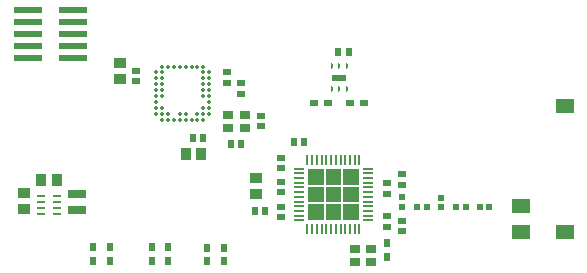
<source format=gtp>
G04*
G04 #@! TF.GenerationSoftware,Altium Limited,Altium Designer,22.8.2 (66)*
G04*
G04 Layer_Color=8421504*
%FSLAX44Y44*%
%MOMM*%
G71*
G04*
G04 #@! TF.SameCoordinates,468F8AB8-D0D1-42F9-A28A-8A06B6F8ABAF*
G04*
G04*
G04 #@! TF.FilePolarity,Positive*
G04*
G01*
G75*
%ADD16R,1.2500X0.6200*%
%ADD17R,0.9000X1.0000*%
%ADD18R,0.6000X0.6400*%
%ADD19C,0.3500*%
%ADD20R,1.0000X0.9000*%
%ADD21R,0.9000X0.8000*%
%ADD22R,0.6400X0.6000*%
%ADD23R,0.5500X0.5400*%
%ADD24R,0.5400X0.5500*%
%ADD25R,0.4800X0.5400*%
%ADD26R,0.6000X0.7500*%
%ADD27R,0.7500X0.6000*%
G04:AMPARAMS|DCode=28|XSize=0.5mm|YSize=0.25mm|CornerRadius=0.125mm|HoleSize=0mm|Usage=FLASHONLY|Rotation=270.000|XOffset=0mm|YOffset=0mm|HoleType=Round|Shape=RoundedRectangle|*
%AMROUNDEDRECTD28*
21,1,0.5000,0.0000,0,0,270.0*
21,1,0.2500,0.2500,0,0,270.0*
1,1,0.2500,0.0000,-0.1250*
1,1,0.2500,0.0000,0.1250*
1,1,0.2500,0.0000,0.1250*
1,1,0.2500,0.0000,-0.1250*
%
%ADD28ROUNDEDRECTD28*%
%ADD29R,1.5000X1.2000*%
%ADD30R,0.0254X0.0254*%
%ADD31R,0.8600X0.2200*%
%ADD32R,0.2200X0.8600*%
G04:AMPARAMS|DCode=33|XSize=0.6mm|YSize=0.25mm|CornerRadius=0.05mm|HoleSize=0mm|Usage=FLASHONLY|Rotation=0.000|XOffset=0mm|YOffset=0mm|HoleType=Round|Shape=RoundedRectangle|*
%AMROUNDEDRECTD33*
21,1,0.6000,0.1500,0,0,0.0*
21,1,0.5000,0.2500,0,0,0.0*
1,1,0.1000,0.2500,-0.0750*
1,1,0.1000,-0.2500,-0.0750*
1,1,0.1000,-0.2500,0.0750*
1,1,0.1000,0.2500,0.0750*
%
%ADD33ROUNDEDRECTD33*%
%ADD34R,1.6000X0.6500*%
%ADD35R,2.4000X0.5600*%
G36*
X594180Y327327D02*
X581347D01*
Y340160D01*
X594180D01*
Y327327D01*
D02*
G37*
G36*
X579347D02*
X566513D01*
Y340160D01*
X579347D01*
Y327327D01*
D02*
G37*
G36*
X564513D02*
X551680D01*
Y340160D01*
X564513D01*
Y327327D01*
D02*
G37*
G36*
X594180Y312493D02*
X581347D01*
Y325327D01*
X594180D01*
Y312493D01*
D02*
G37*
G36*
X579347D02*
X566513D01*
Y325327D01*
X579347D01*
Y312493D01*
D02*
G37*
G36*
X564513D02*
X551680D01*
Y325327D01*
X564513D01*
Y312493D01*
D02*
G37*
G36*
X594180Y297660D02*
X581347D01*
Y310493D01*
X594180D01*
Y297660D01*
D02*
G37*
G36*
X579347D02*
X566513D01*
Y310493D01*
X579347D01*
Y297660D01*
D02*
G37*
G36*
X564513D02*
X551680D01*
Y310493D01*
X564513D01*
Y297660D01*
D02*
G37*
D16*
X577850Y417830D02*
D03*
D17*
X461156Y353060D02*
D03*
X447656D02*
D03*
X325228Y331216D02*
D03*
X338728D02*
D03*
D18*
X585832Y439364D02*
D03*
X577032D02*
D03*
X485820Y361442D02*
D03*
X494620D02*
D03*
X462870Y367030D02*
D03*
X454070D02*
D03*
X547960Y363220D02*
D03*
X539160D02*
D03*
X514940Y304800D02*
D03*
X506140D02*
D03*
D19*
X467772Y387266D02*
D03*
Y392266D02*
D03*
Y397266D02*
D03*
Y402266D02*
D03*
Y407266D02*
D03*
Y412266D02*
D03*
Y417266D02*
D03*
Y422266D02*
D03*
X462772Y382266D02*
D03*
Y387266D02*
D03*
Y392266D02*
D03*
Y402266D02*
D03*
Y407266D02*
D03*
Y412266D02*
D03*
Y417266D02*
D03*
Y422266D02*
D03*
Y427266D02*
D03*
X457772Y382266D02*
D03*
Y387266D02*
D03*
Y427266D02*
D03*
X452772Y382266D02*
D03*
Y427266D02*
D03*
X447772Y382266D02*
D03*
Y387266D02*
D03*
Y427266D02*
D03*
X442772Y382266D02*
D03*
Y387266D02*
D03*
Y427266D02*
D03*
X437772Y382266D02*
D03*
Y427266D02*
D03*
X432772Y382266D02*
D03*
Y387266D02*
D03*
Y427266D02*
D03*
X427772Y382266D02*
D03*
Y387266D02*
D03*
Y392266D02*
D03*
Y402266D02*
D03*
Y407266D02*
D03*
Y412266D02*
D03*
Y417266D02*
D03*
Y422266D02*
D03*
Y427266D02*
D03*
X422772Y387266D02*
D03*
Y392266D02*
D03*
Y397266D02*
D03*
Y402266D02*
D03*
Y407266D02*
D03*
Y412266D02*
D03*
Y417266D02*
D03*
Y422266D02*
D03*
D20*
X392176Y416414D02*
D03*
Y429914D02*
D03*
X310642Y320440D02*
D03*
Y306940D02*
D03*
X507238Y332778D02*
D03*
Y319278D02*
D03*
D21*
X483870Y386080D02*
D03*
X497870D02*
D03*
Y375080D02*
D03*
X483870D02*
D03*
X590916Y272962D02*
D03*
X604916D02*
D03*
Y261962D02*
D03*
X590916D02*
D03*
D22*
X511302Y385400D02*
D03*
Y376600D02*
D03*
X631190Y335870D02*
D03*
Y327070D02*
D03*
X618490Y328250D02*
D03*
Y319450D02*
D03*
X528320Y299810D02*
D03*
Y308610D02*
D03*
X494792Y413086D02*
D03*
Y404286D02*
D03*
X482600Y413430D02*
D03*
Y422230D02*
D03*
X406146Y414700D02*
D03*
Y423500D02*
D03*
X631190Y287700D02*
D03*
Y296500D02*
D03*
X618490Y291510D02*
D03*
Y300310D02*
D03*
X528320Y341040D02*
D03*
Y349840D02*
D03*
Y320720D02*
D03*
Y329520D02*
D03*
D23*
X697050Y308610D02*
D03*
X704850D02*
D03*
D24*
X664210Y316320D02*
D03*
Y308520D02*
D03*
X631190Y316410D02*
D03*
Y308610D02*
D03*
D25*
X685120D02*
D03*
X676320D02*
D03*
X652100D02*
D03*
X643300D02*
D03*
D26*
X480060Y273974D02*
D03*
Y262474D02*
D03*
X369570Y262728D02*
D03*
Y274228D02*
D03*
X419100Y262728D02*
D03*
Y274228D02*
D03*
X383540Y262728D02*
D03*
Y274228D02*
D03*
X466090Y262474D02*
D03*
Y273974D02*
D03*
X433070Y262728D02*
D03*
Y274228D02*
D03*
X618490Y266030D02*
D03*
Y277530D02*
D03*
D27*
X587086Y396494D02*
D03*
X598586D02*
D03*
X568360D02*
D03*
X556860D02*
D03*
D28*
X584350Y408330D02*
D03*
X577850D02*
D03*
X571350D02*
D03*
Y427330D02*
D03*
X577850D02*
D03*
X584350D02*
D03*
D29*
X731520Y287020D02*
D03*
Y309020D02*
D03*
X768820Y287020D02*
D03*
Y394020D02*
D03*
D30*
X572930Y318910D02*
D03*
D31*
X543580Y296910D02*
D03*
Y300910D02*
D03*
Y304910D02*
D03*
Y308910D02*
D03*
Y312910D02*
D03*
Y316910D02*
D03*
Y320910D02*
D03*
Y324910D02*
D03*
Y328910D02*
D03*
Y332910D02*
D03*
Y336910D02*
D03*
Y340910D02*
D03*
X602280D02*
D03*
Y336910D02*
D03*
Y332910D02*
D03*
Y328910D02*
D03*
Y324910D02*
D03*
Y320910D02*
D03*
Y316910D02*
D03*
Y312910D02*
D03*
Y308910D02*
D03*
Y304910D02*
D03*
Y300910D02*
D03*
Y296910D02*
D03*
D32*
X550930Y348260D02*
D03*
X554930D02*
D03*
X558930D02*
D03*
X562930D02*
D03*
X566930D02*
D03*
X570930D02*
D03*
X574930D02*
D03*
X578930D02*
D03*
X582930D02*
D03*
X586930D02*
D03*
X590930D02*
D03*
X594930D02*
D03*
Y289560D02*
D03*
X590930D02*
D03*
X586930D02*
D03*
X582930D02*
D03*
X578930D02*
D03*
X574930D02*
D03*
X570930D02*
D03*
X566930D02*
D03*
X562930D02*
D03*
X558930D02*
D03*
X554930D02*
D03*
X550930D02*
D03*
D33*
X338478Y317380D02*
D03*
Y312380D02*
D03*
Y307380D02*
D03*
Y302380D02*
D03*
X325478D02*
D03*
Y307380D02*
D03*
Y312380D02*
D03*
Y317380D02*
D03*
D34*
X356108Y305670D02*
D03*
Y319170D02*
D03*
D35*
X352552Y475234D02*
D03*
Y465074D02*
D03*
Y454914D02*
D03*
Y444754D02*
D03*
Y434594D02*
D03*
X314452Y475234D02*
D03*
Y465074D02*
D03*
Y454914D02*
D03*
Y444754D02*
D03*
Y434594D02*
D03*
M02*

</source>
